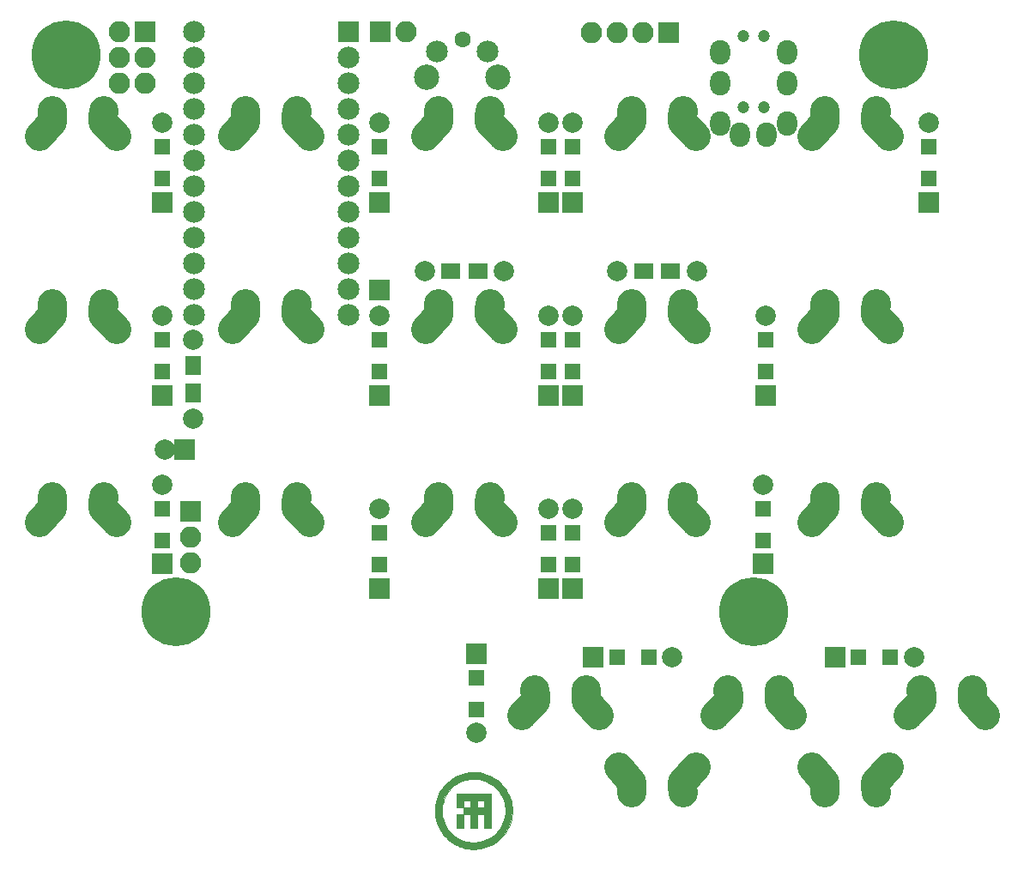
<source format=gbs>
G04 #@! TF.FileFunction,Soldermask,Bot*
%FSLAX46Y46*%
G04 Gerber Fmt 4.6, Leading zero omitted, Abs format (unit mm)*
G04 Created by KiCad (PCBNEW 4.0.7) date 03/15/18 20:04:12*
%MOMM*%
%LPD*%
G01*
G04 APERTURE LIST*
%ADD10C,0.100000*%
%ADD11C,0.010000*%
%ADD12C,2.400000*%
%ADD13C,2.900000*%
%ADD14O,2.000000X2.400000*%
%ADD15C,1.200000*%
%ADD16C,2.500000*%
%ADD17C,2.150000*%
%ADD18C,1.600000*%
%ADD19R,2.100000X2.100000*%
%ADD20O,2.100000X2.100000*%
%ADD21R,2.000000X2.000000*%
%ADD22C,2.000000*%
%ADD23R,2.152600X2.152600*%
%ADD24C,2.152600*%
%ADD25R,1.600000X1.900000*%
%ADD26R,1.900000X1.600000*%
%ADD27R,1.600000X1.600000*%
%ADD28C,6.800000*%
G04 APERTURE END LIST*
D10*
D11*
G36*
X95977928Y-155401189D02*
X95697719Y-155427606D01*
X95418222Y-155474253D01*
X95402440Y-155477498D01*
X95144784Y-155541256D01*
X94890906Y-155624424D01*
X94642338Y-155726214D01*
X94400615Y-155845839D01*
X94167269Y-155982513D01*
X93943834Y-156135449D01*
X93731844Y-156303861D01*
X93648180Y-156377574D01*
X93519656Y-156498716D01*
X93404171Y-156617560D01*
X93296226Y-156740124D01*
X93190320Y-156872429D01*
X93162625Y-156908920D01*
X93002573Y-157138117D01*
X92861321Y-157374839D01*
X92738652Y-157619571D01*
X92634348Y-157872797D01*
X92548191Y-158135001D01*
X92479962Y-158406669D01*
X92472061Y-158444349D01*
X92427077Y-158713043D01*
X92401568Y-158983734D01*
X92395523Y-159254760D01*
X92408933Y-159524460D01*
X92441786Y-159791174D01*
X92481510Y-159998805D01*
X92502725Y-160089136D01*
X92527252Y-160185222D01*
X92553383Y-160280842D01*
X92579412Y-160369774D01*
X92603629Y-160445799D01*
X92606675Y-160454760D01*
X92631238Y-160521831D01*
X92662247Y-160599542D01*
X92697838Y-160683783D01*
X92736150Y-160770446D01*
X92775316Y-160855423D01*
X92813476Y-160934603D01*
X92848763Y-161003880D01*
X92879316Y-161059144D01*
X92885477Y-161069440D01*
X92912393Y-161113496D01*
X92944511Y-161165976D01*
X92976390Y-161217995D01*
X92988101Y-161237080D01*
X93011871Y-161273897D01*
X93045055Y-161322646D01*
X93084704Y-161379134D01*
X93127868Y-161439165D01*
X93171600Y-161498545D01*
X93176858Y-161505577D01*
X93289806Y-161646934D01*
X93417295Y-161789896D01*
X93554563Y-161929705D01*
X93696855Y-162061601D01*
X93839409Y-162180826D01*
X93894423Y-162223142D01*
X93953434Y-162266740D01*
X94013611Y-162310133D01*
X94070759Y-162350371D01*
X94120683Y-162384506D01*
X94159189Y-162409590D01*
X94162920Y-162411899D01*
X94212189Y-162442114D01*
X94265555Y-162474791D01*
X94314130Y-162504492D01*
X94330560Y-162514523D01*
X94373303Y-162538779D01*
X94430935Y-162568823D01*
X94499527Y-162602778D01*
X94575152Y-162638766D01*
X94653881Y-162674908D01*
X94731784Y-162709326D01*
X94787760Y-162733067D01*
X94973263Y-162802496D01*
X95173159Y-162863300D01*
X95383018Y-162914509D01*
X95598408Y-162955149D01*
X95814899Y-162984249D01*
X96001880Y-162999487D01*
X96071376Y-163003258D01*
X96126538Y-163005889D01*
X96172571Y-163007376D01*
X96214679Y-163007713D01*
X96258065Y-163006897D01*
X96307934Y-163004921D01*
X96369489Y-163001781D01*
X96418440Y-162999103D01*
X96666453Y-162977123D01*
X96911133Y-162938472D01*
X97154594Y-162882613D01*
X97398947Y-162809004D01*
X97646305Y-162717109D01*
X97825600Y-162640154D01*
X97951152Y-162578740D01*
X98085205Y-162504829D01*
X98223117Y-162421422D01*
X98360246Y-162331521D01*
X98491950Y-162238126D01*
X98613586Y-162144238D01*
X98684120Y-162085177D01*
X98884055Y-161898597D01*
X99069909Y-161698787D01*
X99240945Y-161486987D01*
X99396427Y-161264442D01*
X99535618Y-161032393D01*
X99657781Y-160792082D01*
X99762178Y-160544752D01*
X99848074Y-160291645D01*
X99914730Y-160034004D01*
X99922502Y-159997560D01*
X99970295Y-159718121D01*
X99997856Y-159437937D01*
X100003685Y-159215160D01*
X99327697Y-159215160D01*
X99323165Y-159376576D01*
X99312534Y-159534864D01*
X99295871Y-159684418D01*
X99292527Y-159708000D01*
X99253489Y-159912477D01*
X99196413Y-160120207D01*
X99122601Y-160328217D01*
X99033358Y-160533533D01*
X98929987Y-160733183D01*
X98813792Y-160924192D01*
X98686076Y-161103589D01*
X98673421Y-161119882D01*
X98509552Y-161312881D01*
X98331535Y-161491566D01*
X98140291Y-161655253D01*
X97936742Y-161803259D01*
X97721812Y-161934897D01*
X97496421Y-162049486D01*
X97319306Y-162124511D01*
X97184797Y-162172037D01*
X97037913Y-162215558D01*
X96885639Y-162253372D01*
X96734961Y-162283776D01*
X96592865Y-162305068D01*
X96565760Y-162308118D01*
X96517881Y-162313189D01*
X96474537Y-162317816D01*
X96441636Y-162321367D01*
X96428600Y-162322803D01*
X96394098Y-162325205D01*
X96343720Y-162326783D01*
X96281893Y-162327571D01*
X96213043Y-162327605D01*
X96141598Y-162326917D01*
X96071983Y-162325543D01*
X96008626Y-162323517D01*
X95955952Y-162320873D01*
X95930760Y-162318952D01*
X95679221Y-162285687D01*
X95431301Y-162232859D01*
X95188594Y-162160948D01*
X94952691Y-162070433D01*
X94725182Y-161961794D01*
X94697851Y-161947200D01*
X94620455Y-161902671D01*
X94533277Y-161847940D01*
X94441495Y-161786558D01*
X94350289Y-161722073D01*
X94264835Y-161658037D01*
X94198480Y-161604853D01*
X94010706Y-161435257D01*
X93838692Y-161253134D01*
X93682847Y-161059266D01*
X93543576Y-160854434D01*
X93421286Y-160639421D01*
X93316383Y-160415008D01*
X93229276Y-160181977D01*
X93160368Y-159941111D01*
X93110069Y-159693192D01*
X93080075Y-159453945D01*
X93075390Y-159378703D01*
X93073037Y-159289408D01*
X93072893Y-159191427D01*
X93074832Y-159090128D01*
X93078732Y-158990878D01*
X93084470Y-158899045D01*
X93091920Y-158819996D01*
X93095290Y-158793600D01*
X93126345Y-158609267D01*
X93167118Y-158426650D01*
X93216130Y-158251607D01*
X93271899Y-158089994D01*
X93275489Y-158080694D01*
X93374848Y-157852026D01*
X93491060Y-157633053D01*
X93623197Y-157424718D01*
X93770333Y-157227964D01*
X93931539Y-157043733D01*
X94105889Y-156872969D01*
X94292455Y-156716615D01*
X94490311Y-156575613D01*
X94698528Y-156450906D01*
X94916179Y-156343437D01*
X95031600Y-156295141D01*
X95180173Y-156239021D01*
X95317163Y-156192725D01*
X95446815Y-156155465D01*
X95573376Y-156126448D01*
X95701090Y-156104886D01*
X95834203Y-156089987D01*
X95976961Y-156080962D01*
X96133608Y-156077020D01*
X96205080Y-156076691D01*
X96318252Y-156077333D01*
X96415361Y-156079392D01*
X96500639Y-156083234D01*
X96578317Y-156089228D01*
X96652626Y-156097741D01*
X96727798Y-156109143D01*
X96808062Y-156123801D01*
X96855320Y-156133263D01*
X96960225Y-156158066D01*
X97076887Y-156191330D01*
X97199631Y-156231078D01*
X97322781Y-156275330D01*
X97440662Y-156322107D01*
X97547598Y-156369430D01*
X97585655Y-156387880D01*
X97759885Y-156482488D01*
X97932445Y-156590819D01*
X98099509Y-156709995D01*
X98257253Y-156837137D01*
X98401851Y-156969367D01*
X98514596Y-157086991D01*
X98679231Y-157285509D01*
X98826163Y-157492933D01*
X98955061Y-157708559D01*
X99065597Y-157931687D01*
X99157440Y-158161615D01*
X99230262Y-158397641D01*
X99283732Y-158639062D01*
X99304009Y-158768200D01*
X99318187Y-158905366D01*
X99326060Y-159056222D01*
X99327697Y-159215160D01*
X100003685Y-159215160D01*
X100005192Y-159157596D01*
X99992310Y-158877691D01*
X99959218Y-158598811D01*
X99905922Y-158321548D01*
X99902303Y-158305920D01*
X99840805Y-158080283D01*
X99761555Y-157851785D01*
X99666059Y-157624046D01*
X99555825Y-157400686D01*
X99443690Y-157203824D01*
X99316561Y-157011283D01*
X99171750Y-156821270D01*
X99011896Y-156636601D01*
X98839634Y-156460092D01*
X98657602Y-156294558D01*
X98468437Y-156142815D01*
X98409536Y-156099572D01*
X98198924Y-155959375D01*
X97976464Y-155832255D01*
X97745366Y-155719681D01*
X97508841Y-155623122D01*
X97270099Y-155544048D01*
X97094080Y-155497697D01*
X96816926Y-155443259D01*
X96538122Y-155409023D01*
X96258259Y-155394998D01*
X95977928Y-155401189D01*
X95977928Y-155401189D01*
G37*
X95977928Y-155401189D02*
X95697719Y-155427606D01*
X95418222Y-155474253D01*
X95402440Y-155477498D01*
X95144784Y-155541256D01*
X94890906Y-155624424D01*
X94642338Y-155726214D01*
X94400615Y-155845839D01*
X94167269Y-155982513D01*
X93943834Y-156135449D01*
X93731844Y-156303861D01*
X93648180Y-156377574D01*
X93519656Y-156498716D01*
X93404171Y-156617560D01*
X93296226Y-156740124D01*
X93190320Y-156872429D01*
X93162625Y-156908920D01*
X93002573Y-157138117D01*
X92861321Y-157374839D01*
X92738652Y-157619571D01*
X92634348Y-157872797D01*
X92548191Y-158135001D01*
X92479962Y-158406669D01*
X92472061Y-158444349D01*
X92427077Y-158713043D01*
X92401568Y-158983734D01*
X92395523Y-159254760D01*
X92408933Y-159524460D01*
X92441786Y-159791174D01*
X92481510Y-159998805D01*
X92502725Y-160089136D01*
X92527252Y-160185222D01*
X92553383Y-160280842D01*
X92579412Y-160369774D01*
X92603629Y-160445799D01*
X92606675Y-160454760D01*
X92631238Y-160521831D01*
X92662247Y-160599542D01*
X92697838Y-160683783D01*
X92736150Y-160770446D01*
X92775316Y-160855423D01*
X92813476Y-160934603D01*
X92848763Y-161003880D01*
X92879316Y-161059144D01*
X92885477Y-161069440D01*
X92912393Y-161113496D01*
X92944511Y-161165976D01*
X92976390Y-161217995D01*
X92988101Y-161237080D01*
X93011871Y-161273897D01*
X93045055Y-161322646D01*
X93084704Y-161379134D01*
X93127868Y-161439165D01*
X93171600Y-161498545D01*
X93176858Y-161505577D01*
X93289806Y-161646934D01*
X93417295Y-161789896D01*
X93554563Y-161929705D01*
X93696855Y-162061601D01*
X93839409Y-162180826D01*
X93894423Y-162223142D01*
X93953434Y-162266740D01*
X94013611Y-162310133D01*
X94070759Y-162350371D01*
X94120683Y-162384506D01*
X94159189Y-162409590D01*
X94162920Y-162411899D01*
X94212189Y-162442114D01*
X94265555Y-162474791D01*
X94314130Y-162504492D01*
X94330560Y-162514523D01*
X94373303Y-162538779D01*
X94430935Y-162568823D01*
X94499527Y-162602778D01*
X94575152Y-162638766D01*
X94653881Y-162674908D01*
X94731784Y-162709326D01*
X94787760Y-162733067D01*
X94973263Y-162802496D01*
X95173159Y-162863300D01*
X95383018Y-162914509D01*
X95598408Y-162955149D01*
X95814899Y-162984249D01*
X96001880Y-162999487D01*
X96071376Y-163003258D01*
X96126538Y-163005889D01*
X96172571Y-163007376D01*
X96214679Y-163007713D01*
X96258065Y-163006897D01*
X96307934Y-163004921D01*
X96369489Y-163001781D01*
X96418440Y-162999103D01*
X96666453Y-162977123D01*
X96911133Y-162938472D01*
X97154594Y-162882613D01*
X97398947Y-162809004D01*
X97646305Y-162717109D01*
X97825600Y-162640154D01*
X97951152Y-162578740D01*
X98085205Y-162504829D01*
X98223117Y-162421422D01*
X98360246Y-162331521D01*
X98491950Y-162238126D01*
X98613586Y-162144238D01*
X98684120Y-162085177D01*
X98884055Y-161898597D01*
X99069909Y-161698787D01*
X99240945Y-161486987D01*
X99396427Y-161264442D01*
X99535618Y-161032393D01*
X99657781Y-160792082D01*
X99762178Y-160544752D01*
X99848074Y-160291645D01*
X99914730Y-160034004D01*
X99922502Y-159997560D01*
X99970295Y-159718121D01*
X99997856Y-159437937D01*
X100003685Y-159215160D01*
X99327697Y-159215160D01*
X99323165Y-159376576D01*
X99312534Y-159534864D01*
X99295871Y-159684418D01*
X99292527Y-159708000D01*
X99253489Y-159912477D01*
X99196413Y-160120207D01*
X99122601Y-160328217D01*
X99033358Y-160533533D01*
X98929987Y-160733183D01*
X98813792Y-160924192D01*
X98686076Y-161103589D01*
X98673421Y-161119882D01*
X98509552Y-161312881D01*
X98331535Y-161491566D01*
X98140291Y-161655253D01*
X97936742Y-161803259D01*
X97721812Y-161934897D01*
X97496421Y-162049486D01*
X97319306Y-162124511D01*
X97184797Y-162172037D01*
X97037913Y-162215558D01*
X96885639Y-162253372D01*
X96734961Y-162283776D01*
X96592865Y-162305068D01*
X96565760Y-162308118D01*
X96517881Y-162313189D01*
X96474537Y-162317816D01*
X96441636Y-162321367D01*
X96428600Y-162322803D01*
X96394098Y-162325205D01*
X96343720Y-162326783D01*
X96281893Y-162327571D01*
X96213043Y-162327605D01*
X96141598Y-162326917D01*
X96071983Y-162325543D01*
X96008626Y-162323517D01*
X95955952Y-162320873D01*
X95930760Y-162318952D01*
X95679221Y-162285687D01*
X95431301Y-162232859D01*
X95188594Y-162160948D01*
X94952691Y-162070433D01*
X94725182Y-161961794D01*
X94697851Y-161947200D01*
X94620455Y-161902671D01*
X94533277Y-161847940D01*
X94441495Y-161786558D01*
X94350289Y-161722073D01*
X94264835Y-161658037D01*
X94198480Y-161604853D01*
X94010706Y-161435257D01*
X93838692Y-161253134D01*
X93682847Y-161059266D01*
X93543576Y-160854434D01*
X93421286Y-160639421D01*
X93316383Y-160415008D01*
X93229276Y-160181977D01*
X93160368Y-159941111D01*
X93110069Y-159693192D01*
X93080075Y-159453945D01*
X93075390Y-159378703D01*
X93073037Y-159289408D01*
X93072893Y-159191427D01*
X93074832Y-159090128D01*
X93078732Y-158990878D01*
X93084470Y-158899045D01*
X93091920Y-158819996D01*
X93095290Y-158793600D01*
X93126345Y-158609267D01*
X93167118Y-158426650D01*
X93216130Y-158251607D01*
X93271899Y-158089994D01*
X93275489Y-158080694D01*
X93374848Y-157852026D01*
X93491060Y-157633053D01*
X93623197Y-157424718D01*
X93770333Y-157227964D01*
X93931539Y-157043733D01*
X94105889Y-156872969D01*
X94292455Y-156716615D01*
X94490311Y-156575613D01*
X94698528Y-156450906D01*
X94916179Y-156343437D01*
X95031600Y-156295141D01*
X95180173Y-156239021D01*
X95317163Y-156192725D01*
X95446815Y-156155465D01*
X95573376Y-156126448D01*
X95701090Y-156104886D01*
X95834203Y-156089987D01*
X95976961Y-156080962D01*
X96133608Y-156077020D01*
X96205080Y-156076691D01*
X96318252Y-156077333D01*
X96415361Y-156079392D01*
X96500639Y-156083234D01*
X96578317Y-156089228D01*
X96652626Y-156097741D01*
X96727798Y-156109143D01*
X96808062Y-156123801D01*
X96855320Y-156133263D01*
X96960225Y-156158066D01*
X97076887Y-156191330D01*
X97199631Y-156231078D01*
X97322781Y-156275330D01*
X97440662Y-156322107D01*
X97547598Y-156369430D01*
X97585655Y-156387880D01*
X97759885Y-156482488D01*
X97932445Y-156590819D01*
X98099509Y-156709995D01*
X98257253Y-156837137D01*
X98401851Y-156969367D01*
X98514596Y-157086991D01*
X98679231Y-157285509D01*
X98826163Y-157492933D01*
X98955061Y-157708559D01*
X99065597Y-157931687D01*
X99157440Y-158161615D01*
X99230262Y-158397641D01*
X99283732Y-158639062D01*
X99304009Y-158768200D01*
X99318187Y-158905366D01*
X99326060Y-159056222D01*
X99327697Y-159215160D01*
X100003685Y-159215160D01*
X100005192Y-159157596D01*
X99992310Y-158877691D01*
X99959218Y-158598811D01*
X99905922Y-158321548D01*
X99902303Y-158305920D01*
X99840805Y-158080283D01*
X99761555Y-157851785D01*
X99666059Y-157624046D01*
X99555825Y-157400686D01*
X99443690Y-157203824D01*
X99316561Y-157011283D01*
X99171750Y-156821270D01*
X99011896Y-156636601D01*
X98839634Y-156460092D01*
X98657602Y-156294558D01*
X98468437Y-156142815D01*
X98409536Y-156099572D01*
X98198924Y-155959375D01*
X97976464Y-155832255D01*
X97745366Y-155719681D01*
X97508841Y-155623122D01*
X97270099Y-155544048D01*
X97094080Y-155497697D01*
X96816926Y-155443259D01*
X96538122Y-155409023D01*
X96258259Y-155394998D01*
X95977928Y-155401189D01*
G36*
X94503280Y-158854560D02*
X95184000Y-158854560D01*
X95184000Y-158173840D01*
X95524496Y-158173840D01*
X95864991Y-158173839D01*
X95862316Y-158516740D01*
X95859640Y-158859640D01*
X95521820Y-158862316D01*
X95184000Y-158864993D01*
X95184000Y-159535280D01*
X95864720Y-159535280D01*
X95864720Y-160896720D01*
X96535136Y-160896720D01*
X96540360Y-159540360D01*
X96883260Y-159537684D01*
X97226160Y-159535009D01*
X97226160Y-160896720D01*
X97896720Y-160896720D01*
X97896720Y-158512371D01*
X97226160Y-158512371D01*
X97225960Y-158593414D01*
X97225393Y-158667918D01*
X97224505Y-158733462D01*
X97223347Y-158787626D01*
X97221965Y-158827990D01*
X97220410Y-158852135D01*
X97219252Y-158858081D01*
X97207789Y-158859658D01*
X97178437Y-158860949D01*
X97133627Y-158861924D01*
X97075790Y-158862554D01*
X97007356Y-158862808D01*
X96930755Y-158862656D01*
X96876352Y-158862314D01*
X96540360Y-158859640D01*
X96540360Y-158178920D01*
X96883260Y-158176244D01*
X97226160Y-158173569D01*
X97226160Y-158512371D01*
X97896720Y-158512371D01*
X97896720Y-157503280D01*
X94503280Y-157503280D01*
X94503280Y-158854560D01*
X94503280Y-158854560D01*
G37*
X94503280Y-158854560D02*
X95184000Y-158854560D01*
X95184000Y-158173840D01*
X95524496Y-158173840D01*
X95864991Y-158173839D01*
X95862316Y-158516740D01*
X95859640Y-158859640D01*
X95521820Y-158862316D01*
X95184000Y-158864993D01*
X95184000Y-159535280D01*
X95864720Y-159535280D01*
X95864720Y-160896720D01*
X96535136Y-160896720D01*
X96540360Y-159540360D01*
X96883260Y-159537684D01*
X97226160Y-159535009D01*
X97226160Y-160896720D01*
X97896720Y-160896720D01*
X97896720Y-158512371D01*
X97226160Y-158512371D01*
X97225960Y-158593414D01*
X97225393Y-158667918D01*
X97224505Y-158733462D01*
X97223347Y-158787626D01*
X97221965Y-158827990D01*
X97220410Y-158852135D01*
X97219252Y-158858081D01*
X97207789Y-158859658D01*
X97178437Y-158860949D01*
X97133627Y-158861924D01*
X97075790Y-158862554D01*
X97007356Y-158862808D01*
X96930755Y-158862656D01*
X96876352Y-158862314D01*
X96540360Y-158859640D01*
X96540360Y-158178920D01*
X96883260Y-158176244D01*
X97226160Y-158173569D01*
X97226160Y-158512371D01*
X97896720Y-158512371D01*
X97896720Y-157503280D01*
X94503280Y-157503280D01*
X94503280Y-158854560D01*
G36*
X94503280Y-160896720D02*
X95184145Y-160896720D01*
X95181533Y-160218540D01*
X95178920Y-159540360D01*
X94503280Y-159535006D01*
X94503280Y-160896720D01*
X94503280Y-160896720D01*
G37*
X94503280Y-160896720D02*
X95184145Y-160896720D01*
X95181533Y-160218540D01*
X95178920Y-159540360D01*
X94503280Y-159535006D01*
X94503280Y-160896720D01*
D12*
X135850000Y-128850000D03*
X135890000Y-128270000D03*
X130850000Y-129350000D03*
X129540000Y-130810000D03*
D13*
X137159995Y-130810004D02*
X135850005Y-129349996D01*
X129540005Y-130810004D02*
X130849995Y-129349996D01*
D12*
X135850000Y-129350000D03*
X137160000Y-130810000D03*
D13*
X130810001Y-128270000D02*
X130849999Y-128850000D01*
D12*
X130850000Y-128850000D03*
X130810000Y-128270000D03*
D13*
X135889999Y-128270000D02*
X135850001Y-128850000D01*
D14*
X125100000Y-92500000D03*
X120500000Y-91400000D03*
X120500000Y-84400000D03*
D15*
X122800000Y-89800000D03*
X122800000Y-82800000D03*
D14*
X120500000Y-87400000D03*
X122500000Y-92500000D03*
X127100000Y-91400000D03*
X127100000Y-84400000D03*
D15*
X124800000Y-89800000D03*
X124800000Y-82800000D03*
D14*
X127100000Y-87400000D03*
D16*
X91590000Y-86790000D03*
D17*
X92600000Y-84300000D03*
X97600000Y-84300000D03*
D16*
X98600000Y-86790000D03*
D18*
X95100000Y-83090000D03*
D19*
X115400000Y-82400000D03*
D20*
X112860000Y-82400000D03*
X110320000Y-82400000D03*
X107780000Y-82400000D03*
D19*
X86900000Y-107800000D03*
X68300000Y-129700000D03*
D20*
X68300000Y-132240000D03*
X68300000Y-134780000D03*
D19*
X87000000Y-82350000D03*
D20*
X89540000Y-82350000D03*
D19*
X63800000Y-82300000D03*
D20*
X61260000Y-82300000D03*
X63800000Y-84840000D03*
X61260000Y-84840000D03*
X63800000Y-87380000D03*
X61260000Y-87380000D03*
D21*
X67700000Y-123600000D03*
D22*
X65700000Y-123600000D03*
D23*
X83820000Y-82330000D03*
D24*
X83820000Y-84870000D03*
X83820000Y-87410000D03*
X83820000Y-89950000D03*
X83820000Y-92490000D03*
X83820000Y-95030000D03*
X83820000Y-97570000D03*
X83820000Y-100110000D03*
X83820000Y-102650000D03*
X83820000Y-105190000D03*
X83820000Y-107730000D03*
X68580000Y-110270000D03*
X68580000Y-107730000D03*
X68580000Y-105190000D03*
X68580000Y-102650000D03*
X68580000Y-100110000D03*
X68580000Y-97570000D03*
X68580000Y-95030000D03*
X68580000Y-92490000D03*
X68580000Y-89950000D03*
X68580000Y-87410000D03*
X68580000Y-84870000D03*
X83820000Y-110270000D03*
X68580000Y-82330000D03*
D25*
X68500000Y-117950000D03*
X68500000Y-115250000D03*
D22*
X68500000Y-112700000D03*
X68500000Y-120500000D03*
D26*
X112950000Y-106000000D03*
X115650000Y-106000000D03*
D22*
X118200000Y-106000000D03*
X110400000Y-106000000D03*
D26*
X93950000Y-106000000D03*
X96650000Y-106000000D03*
D22*
X99200000Y-106000000D03*
X91400000Y-106000000D03*
D27*
X141089664Y-96825406D03*
X141089664Y-93675406D03*
D22*
X141089664Y-91350406D03*
D21*
X141089664Y-99150406D03*
D27*
X103584375Y-96825000D03*
X103584375Y-93675000D03*
D22*
X103584375Y-91350000D03*
D21*
X103584375Y-99150000D03*
D27*
X105965625Y-96825000D03*
X105965625Y-93675000D03*
D22*
X105965625Y-91350000D03*
D21*
X105965625Y-99150000D03*
D27*
X86915625Y-96825000D03*
X86915625Y-93675000D03*
D22*
X86915625Y-91350000D03*
D21*
X86915625Y-99150000D03*
D27*
X65484375Y-96825000D03*
X65484375Y-93675000D03*
D22*
X65484375Y-91350000D03*
D21*
X65484375Y-99150000D03*
D27*
X96440625Y-146062500D03*
X96440625Y-149212500D03*
D22*
X96440625Y-151537500D03*
D21*
X96440625Y-143737500D03*
D27*
X110343750Y-144065625D03*
X113493750Y-144065625D03*
D22*
X115818750Y-144065625D03*
D21*
X108018750Y-144065625D03*
D27*
X134156250Y-144065625D03*
X137306250Y-144065625D03*
D22*
X139631250Y-144065625D03*
D21*
X131831250Y-144065625D03*
D27*
X65484654Y-132544309D03*
X65484654Y-129394309D03*
D22*
X65484654Y-127069309D03*
D21*
X65484654Y-134869309D03*
D27*
X86915625Y-134925000D03*
X86915625Y-131775000D03*
D22*
X86915625Y-129450000D03*
D21*
X86915625Y-137250000D03*
D27*
X103584375Y-134925000D03*
X103584375Y-131775000D03*
D22*
X103584375Y-129450000D03*
D21*
X103584375Y-137250000D03*
D27*
X105965625Y-134925000D03*
X105965625Y-131775000D03*
D22*
X105965625Y-129450000D03*
D21*
X105965625Y-137250000D03*
D27*
X124718501Y-132544309D03*
X124718501Y-129394309D03*
D22*
X124718501Y-127069309D03*
D21*
X124718501Y-134869309D03*
D27*
X65484375Y-115875000D03*
X65484375Y-112725000D03*
D22*
X65484375Y-110400000D03*
D21*
X65484375Y-118200000D03*
D27*
X86915625Y-115875000D03*
X86915625Y-112725000D03*
D22*
X86915625Y-110400000D03*
D21*
X86915625Y-118200000D03*
D27*
X103584375Y-115875000D03*
X103584375Y-112725000D03*
D22*
X103584375Y-110400000D03*
D21*
X103584375Y-118200000D03*
D27*
X105965625Y-115875000D03*
X105965625Y-112725000D03*
D22*
X105965625Y-110400000D03*
D21*
X105965625Y-118200000D03*
D27*
X125016158Y-115875488D03*
X125016158Y-112725488D03*
D22*
X125016158Y-110400488D03*
D21*
X125016158Y-118200488D03*
D12*
X59650000Y-90750000D03*
X59690000Y-90170000D03*
X54650000Y-91250000D03*
X53340000Y-92710000D03*
D13*
X60959995Y-92710004D02*
X59650005Y-91249996D01*
X53340005Y-92710004D02*
X54649995Y-91249996D01*
D12*
X59650000Y-91250000D03*
X60960000Y-92710000D03*
D13*
X54610001Y-90170000D02*
X54649999Y-90750000D01*
D12*
X54650000Y-90750000D03*
X54610000Y-90170000D03*
D13*
X59689999Y-90170000D02*
X59650001Y-90750000D01*
D12*
X78700000Y-90750000D03*
X78740000Y-90170000D03*
X73700000Y-91250000D03*
X72390000Y-92710000D03*
D13*
X80009995Y-92710004D02*
X78700005Y-91249996D01*
X72390005Y-92710004D02*
X73699995Y-91249996D01*
D12*
X78700000Y-91250000D03*
X80010000Y-92710000D03*
D13*
X73660001Y-90170000D02*
X73699999Y-90750000D01*
D12*
X73700000Y-90750000D03*
X73660000Y-90170000D03*
D13*
X78739999Y-90170000D02*
X78700001Y-90750000D01*
D12*
X97750000Y-90750000D03*
X97790000Y-90170000D03*
X92750000Y-91250000D03*
X91440000Y-92710000D03*
D13*
X99059995Y-92710004D02*
X97750005Y-91249996D01*
X91440005Y-92710004D02*
X92749995Y-91249996D01*
D12*
X97750000Y-91250000D03*
X99060000Y-92710000D03*
D13*
X92710001Y-90170000D02*
X92749999Y-90750000D01*
D12*
X92750000Y-90750000D03*
X92710000Y-90170000D03*
D13*
X97789999Y-90170000D02*
X97750001Y-90750000D01*
D12*
X135850000Y-90750000D03*
X135890000Y-90170000D03*
X130850000Y-91250000D03*
X129540000Y-92710000D03*
D13*
X137159995Y-92710004D02*
X135850005Y-91249996D01*
X129540005Y-92710004D02*
X130849995Y-91249996D01*
D12*
X135850000Y-91250000D03*
X137160000Y-92710000D03*
D13*
X130810001Y-90170000D02*
X130849999Y-90750000D01*
D12*
X130850000Y-90750000D03*
X130810000Y-90170000D03*
D13*
X135889999Y-90170000D02*
X135850001Y-90750000D01*
D12*
X59650000Y-109800000D03*
X59690000Y-109220000D03*
X54650000Y-110300000D03*
X53340000Y-111760000D03*
D13*
X60959995Y-111760004D02*
X59650005Y-110299996D01*
X53340005Y-111760004D02*
X54649995Y-110299996D01*
D12*
X59650000Y-110300000D03*
X60960000Y-111760000D03*
D13*
X54610001Y-109220000D02*
X54649999Y-109800000D01*
D12*
X54650000Y-109800000D03*
X54610000Y-109220000D03*
D13*
X59689999Y-109220000D02*
X59650001Y-109800000D01*
D12*
X78700000Y-109800000D03*
X78740000Y-109220000D03*
X73700000Y-110300000D03*
X72390000Y-111760000D03*
D13*
X80009995Y-111760004D02*
X78700005Y-110299996D01*
X72390005Y-111760004D02*
X73699995Y-110299996D01*
D12*
X78700000Y-110300000D03*
X80010000Y-111760000D03*
D13*
X73660001Y-109220000D02*
X73699999Y-109800000D01*
D12*
X73700000Y-109800000D03*
X73660000Y-109220000D03*
D13*
X78739999Y-109220000D02*
X78700001Y-109800000D01*
D12*
X97750000Y-109800000D03*
X97790000Y-109220000D03*
X92750000Y-110300000D03*
X91440000Y-111760000D03*
D13*
X99059995Y-111760004D02*
X97750005Y-110299996D01*
X91440005Y-111760004D02*
X92749995Y-110299996D01*
D12*
X97750000Y-110300000D03*
X99060000Y-111760000D03*
D13*
X92710001Y-109220000D02*
X92749999Y-109800000D01*
D12*
X92750000Y-109800000D03*
X92710000Y-109220000D03*
D13*
X97789999Y-109220000D02*
X97750001Y-109800000D01*
D12*
X59650000Y-128850000D03*
X59690000Y-128270000D03*
X54650000Y-129350000D03*
X53340000Y-130810000D03*
D13*
X60959995Y-130810004D02*
X59650005Y-129349996D01*
X53340005Y-130810004D02*
X54649995Y-129349996D01*
D12*
X59650000Y-129350000D03*
X60960000Y-130810000D03*
D13*
X54610001Y-128270000D02*
X54649999Y-128850000D01*
D12*
X54650000Y-128850000D03*
X54610000Y-128270000D03*
D13*
X59689999Y-128270000D02*
X59650001Y-128850000D01*
D12*
X78700000Y-128850000D03*
X78740000Y-128270000D03*
X73700000Y-129350000D03*
X72390000Y-130810000D03*
D13*
X80009995Y-130810004D02*
X78700005Y-129349996D01*
X72390005Y-130810004D02*
X73699995Y-129349996D01*
D12*
X78700000Y-129350000D03*
X80010000Y-130810000D03*
D13*
X73660001Y-128270000D02*
X73699999Y-128850000D01*
D12*
X73700000Y-128850000D03*
X73660000Y-128270000D03*
D13*
X78739999Y-128270000D02*
X78700001Y-128850000D01*
D12*
X97750000Y-128850000D03*
X97790000Y-128270000D03*
X92750000Y-129350000D03*
X91440000Y-130810000D03*
D13*
X99059995Y-130810004D02*
X97750005Y-129349996D01*
X91440005Y-130810004D02*
X92749995Y-129349996D01*
D12*
X97750000Y-129350000D03*
X99060000Y-130810000D03*
D13*
X92710001Y-128270000D02*
X92749999Y-128850000D01*
D12*
X92750000Y-128850000D03*
X92710000Y-128270000D03*
D13*
X97789999Y-128270000D02*
X97750001Y-128850000D01*
D12*
X145375000Y-147900000D03*
X145415000Y-147320000D03*
X140375000Y-148400000D03*
X139065000Y-149860000D03*
D13*
X146684995Y-149860004D02*
X145375005Y-148399996D01*
X139065005Y-149860004D02*
X140374995Y-148399996D01*
D12*
X145375000Y-148400000D03*
X146685000Y-149860000D03*
D13*
X140335001Y-147320000D02*
X140374999Y-147900000D01*
D12*
X140375000Y-147900000D03*
X140335000Y-147320000D03*
D13*
X145414999Y-147320000D02*
X145375001Y-147900000D01*
D12*
X118110000Y-154900000D03*
D13*
X118109993Y-154939998D02*
X116800007Y-156400002D01*
D12*
X110490000Y-154900000D03*
X116800000Y-156400000D03*
X116840000Y-157480000D03*
X116800000Y-156900000D03*
X111760000Y-157480000D03*
X111800000Y-156400000D03*
X111800000Y-156900000D03*
D13*
X116839771Y-157480016D02*
X116800229Y-156899984D01*
X111760229Y-157480016D02*
X111799771Y-156899984D01*
X110490007Y-154939998D02*
X111799993Y-156400002D01*
D12*
X137160000Y-154900000D03*
D13*
X137159993Y-154939998D02*
X135850007Y-156400002D01*
D12*
X129540000Y-154900000D03*
X135850000Y-156400000D03*
X135890000Y-157480000D03*
X135850000Y-156900000D03*
X130810000Y-157480000D03*
X130850000Y-156400000D03*
X130850000Y-156900000D03*
D13*
X135889771Y-157480016D02*
X135850229Y-156899984D01*
X130810229Y-157480016D02*
X130849771Y-156899984D01*
X129540007Y-154939998D02*
X130849993Y-156400002D01*
D28*
X56000000Y-84600000D03*
X137600000Y-84600000D03*
X66800000Y-139600000D03*
X123800000Y-139600000D03*
D12*
X116800000Y-90750000D03*
X116840000Y-90170000D03*
X111800000Y-91250000D03*
X110490000Y-92710000D03*
D13*
X118109995Y-92710004D02*
X116800005Y-91249996D01*
X110490005Y-92710004D02*
X111799995Y-91249996D01*
D12*
X116800000Y-91250000D03*
X118110000Y-92710000D03*
D13*
X111760001Y-90170000D02*
X111799999Y-90750000D01*
D12*
X111800000Y-90750000D03*
X111760000Y-90170000D03*
D13*
X116839999Y-90170000D02*
X116800001Y-90750000D01*
D12*
X116800000Y-109800000D03*
X116840000Y-109220000D03*
X111800000Y-110300000D03*
X110490000Y-111760000D03*
D13*
X118109995Y-111760004D02*
X116800005Y-110299996D01*
X110490005Y-111760004D02*
X111799995Y-110299996D01*
D12*
X116800000Y-110300000D03*
X118110000Y-111760000D03*
D13*
X111760001Y-109220000D02*
X111799999Y-109800000D01*
D12*
X111800000Y-109800000D03*
X111760000Y-109220000D03*
D13*
X116839999Y-109220000D02*
X116800001Y-109800000D01*
D12*
X135850000Y-109800000D03*
X135890000Y-109220000D03*
X130850000Y-110300000D03*
X129540000Y-111760000D03*
D13*
X137159995Y-111760004D02*
X135850005Y-110299996D01*
X129540005Y-111760004D02*
X130849995Y-110299996D01*
D12*
X135850000Y-110300000D03*
X137160000Y-111760000D03*
D13*
X130810001Y-109220000D02*
X130849999Y-109800000D01*
D12*
X130850000Y-109800000D03*
X130810000Y-109220000D03*
D13*
X135889999Y-109220000D02*
X135850001Y-109800000D01*
D12*
X116800000Y-128850000D03*
X116840000Y-128270000D03*
X111800000Y-129350000D03*
X110490000Y-130810000D03*
D13*
X118109995Y-130810004D02*
X116800005Y-129349996D01*
X110490005Y-130810004D02*
X111799995Y-129349996D01*
D12*
X116800000Y-129350000D03*
X118110000Y-130810000D03*
D13*
X111760001Y-128270000D02*
X111799999Y-128850000D01*
D12*
X111800000Y-128850000D03*
X111760000Y-128270000D03*
D13*
X116839999Y-128270000D02*
X116800001Y-128850000D01*
D12*
X107275000Y-147900000D03*
X107315000Y-147320000D03*
X102275000Y-148400000D03*
X100965000Y-149860000D03*
D13*
X108584995Y-149860004D02*
X107275005Y-148399996D01*
X100965005Y-149860004D02*
X102274995Y-148399996D01*
D12*
X107275000Y-148400000D03*
X108585000Y-149860000D03*
D13*
X102235001Y-147320000D02*
X102274999Y-147900000D01*
D12*
X102275000Y-147900000D03*
X102235000Y-147320000D03*
D13*
X107314999Y-147320000D02*
X107275001Y-147900000D01*
D12*
X126325000Y-147900000D03*
X126365000Y-147320000D03*
X121325000Y-148400000D03*
X120015000Y-149860000D03*
D13*
X127634995Y-149860004D02*
X126325005Y-148399996D01*
X120015005Y-149860004D02*
X121324995Y-148399996D01*
D12*
X126325000Y-148400000D03*
X127635000Y-149860000D03*
D13*
X121285001Y-147320000D02*
X121324999Y-147900000D01*
D12*
X121325000Y-147900000D03*
X121285000Y-147320000D03*
D13*
X126364999Y-147320000D02*
X126325001Y-147900000D01*
M02*

</source>
